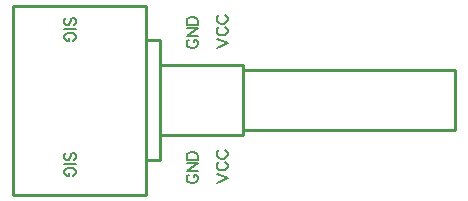
<source format=gto>
G04 Layer: TopSilkLayer*
G04 EasyEDA v6.4.25, 2021-12-11T01:25:18+11:00*
G04 a67cddfb3fce44daa9051d46cbbcc19f,10*
G04 Gerber Generator version 0.2*
G04 Scale: 100 percent, Rotated: No, Reflected: No *
G04 Dimensions in inches *
G04 leading zeros omitted , absolute positions ,3 integer and 6 decimal *
%FSLAX36Y36*%
%MOIN*%

%ADD10C,0.0100*%
%ADD15C,0.0080*%

%LPD*%
D15*
X534600Y25000D02*
G01*
X572800Y39499D01*
X534600Y54099D02*
G01*
X572800Y39499D01*
X543699Y93400D02*
G01*
X540100Y91500D01*
X536500Y87899D01*
X534600Y84299D01*
X534600Y76999D01*
X536500Y73400D01*
X540100Y69699D01*
X543699Y67899D01*
X549200Y66100D01*
X558299Y66100D01*
X563699Y67899D01*
X567399Y69699D01*
X570999Y73400D01*
X572800Y76999D01*
X572800Y84299D01*
X570999Y87899D01*
X567399Y91500D01*
X563699Y93400D01*
X543699Y132600D02*
G01*
X540100Y130799D01*
X536500Y127199D01*
X534600Y123499D01*
X534600Y116300D01*
X536500Y112600D01*
X540100Y109000D01*
X543699Y107199D01*
X549200Y105399D01*
X558299Y105399D01*
X563699Y107199D01*
X567399Y109000D01*
X570999Y112600D01*
X572800Y116300D01*
X572800Y123499D01*
X570999Y127199D01*
X567399Y130799D01*
X563699Y132600D01*
X443699Y52300D02*
G01*
X440100Y50500D01*
X436500Y46799D01*
X434600Y43200D01*
X434600Y35900D01*
X436500Y32300D01*
X440100Y28600D01*
X443699Y26799D01*
X449200Y25000D01*
X458299Y25000D01*
X463699Y26799D01*
X467399Y28600D01*
X470999Y32300D01*
X472800Y35900D01*
X472800Y43200D01*
X470999Y46799D01*
X467399Y50500D01*
X463699Y52300D01*
X458299Y52300D01*
X458299Y43200D02*
G01*
X458299Y52300D01*
X434600Y64299D02*
G01*
X472800Y64299D01*
X434600Y64299D02*
G01*
X472800Y89699D01*
X434600Y89699D02*
G01*
X472800Y89699D01*
X434600Y101700D02*
G01*
X472800Y101700D01*
X434600Y101700D02*
G01*
X434600Y114499D01*
X436500Y119899D01*
X440100Y123499D01*
X443699Y125399D01*
X449200Y127199D01*
X458299Y127199D01*
X463699Y125399D01*
X467399Y123499D01*
X470999Y119899D01*
X472800Y114499D01*
X472800Y101700D01*
X534600Y475000D02*
G01*
X572800Y489499D01*
X534600Y504099D02*
G01*
X572800Y489499D01*
X543699Y543400D02*
G01*
X540100Y541500D01*
X536500Y537899D01*
X534600Y534299D01*
X534600Y526999D01*
X536500Y523400D01*
X540100Y519699D01*
X543699Y517899D01*
X549200Y516100D01*
X558299Y516100D01*
X563699Y517899D01*
X567399Y519699D01*
X570999Y523400D01*
X572800Y526999D01*
X572800Y534299D01*
X570999Y537899D01*
X567399Y541500D01*
X563699Y543400D01*
X543699Y582600D02*
G01*
X540100Y580799D01*
X536500Y577199D01*
X534600Y573499D01*
X534600Y566300D01*
X536500Y562600D01*
X540100Y559000D01*
X543699Y557199D01*
X549200Y555399D01*
X558299Y555399D01*
X563699Y557199D01*
X567399Y559000D01*
X570999Y562600D01*
X572800Y566300D01*
X572800Y573499D01*
X570999Y577199D01*
X567399Y580799D01*
X563699Y582600D01*
X443699Y502300D02*
G01*
X440100Y500500D01*
X436500Y496799D01*
X434600Y493200D01*
X434600Y485900D01*
X436500Y482300D01*
X440100Y478600D01*
X443699Y476799D01*
X449200Y475000D01*
X458299Y475000D01*
X463699Y476799D01*
X467399Y478600D01*
X470999Y482300D01*
X472800Y485900D01*
X472800Y493200D01*
X470999Y496799D01*
X467399Y500500D01*
X463699Y502300D01*
X458299Y502300D01*
X458299Y493200D02*
G01*
X458299Y502300D01*
X434600Y514299D02*
G01*
X472800Y514299D01*
X434600Y514299D02*
G01*
X472800Y539699D01*
X434600Y539699D02*
G01*
X472800Y539699D01*
X434600Y551700D02*
G01*
X472800Y551700D01*
X434600Y551700D02*
G01*
X434600Y564499D01*
X436500Y569899D01*
X440100Y573499D01*
X443699Y575399D01*
X449200Y577199D01*
X458299Y577199D01*
X463699Y575399D01*
X467399Y573499D01*
X470999Y569899D01*
X472800Y564499D01*
X472800Y551700D01*
X59899Y549499D02*
G01*
X63499Y553200D01*
X65399Y558600D01*
X65399Y565900D01*
X63499Y571399D01*
X59899Y575000D01*
X56300Y575000D01*
X52600Y573200D01*
X50799Y571399D01*
X49000Y567699D01*
X45399Y556799D01*
X43499Y553200D01*
X41700Y551399D01*
X38099Y549499D01*
X32600Y549499D01*
X29000Y553200D01*
X27199Y558600D01*
X27199Y565900D01*
X29000Y571399D01*
X32600Y575000D01*
X65399Y537500D02*
G01*
X27199Y537500D01*
X56300Y498299D02*
G01*
X59899Y500100D01*
X63499Y503699D01*
X65399Y507399D01*
X65399Y514600D01*
X63499Y518299D01*
X59899Y521900D01*
X56300Y523699D01*
X50799Y525500D01*
X41700Y525500D01*
X36300Y523699D01*
X32600Y521900D01*
X29000Y518299D01*
X27199Y514600D01*
X27199Y507399D01*
X29000Y503699D01*
X32600Y500100D01*
X36300Y498299D01*
X41700Y498299D01*
X41700Y507399D02*
G01*
X41700Y498299D01*
X59899Y99499D02*
G01*
X63499Y103200D01*
X65399Y108600D01*
X65399Y115900D01*
X63499Y121399D01*
X59899Y125000D01*
X56300Y125000D01*
X52600Y123200D01*
X50799Y121399D01*
X49000Y117699D01*
X45399Y106799D01*
X43499Y103200D01*
X41700Y101399D01*
X38099Y99499D01*
X32600Y99499D01*
X29000Y103200D01*
X27199Y108600D01*
X27199Y115900D01*
X29000Y121399D01*
X32600Y125000D01*
X65399Y87500D02*
G01*
X27199Y87500D01*
X56300Y48299D02*
G01*
X59899Y50100D01*
X63499Y53699D01*
X65399Y57399D01*
X65399Y64600D01*
X63499Y68299D01*
X59899Y71900D01*
X56300Y73699D01*
X50799Y75500D01*
X41700Y75500D01*
X36300Y73699D01*
X32600Y71900D01*
X29000Y68299D01*
X27199Y64600D01*
X27199Y57399D01*
X29000Y53699D01*
X32600Y50100D01*
X36300Y48299D01*
X41700Y48299D01*
X41700Y57399D02*
G01*
X41700Y48299D01*
D10*
X345747Y415650D02*
G01*
X621338Y415650D01*
X621338Y415650D02*
G01*
X621338Y185001D01*
X345747Y185001D01*
X621338Y400001D02*
G01*
X1330000Y400001D01*
X621338Y199223D02*
G01*
X1330000Y199223D01*
X300000Y500001D02*
G01*
X345000Y500001D01*
X1330000Y400001D02*
G01*
X1330000Y199223D01*
X345000Y500001D02*
G01*
X345000Y101350D01*
X345000Y100001D02*
G01*
X300000Y100001D01*
X-145000Y-14998D02*
G01*
X300000Y-14998D01*
X-145000Y615001D02*
G01*
X-145000Y-14960D01*
X300000Y615001D02*
G01*
X300000Y-14920D01*
X300000Y615001D02*
G01*
X-145000Y615001D01*
M02*

</source>
